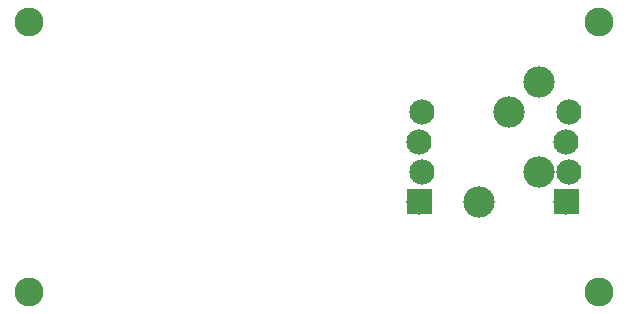
<source format=gts>
G04 MADE WITH FRITZING*
G04 WWW.FRITZING.ORG*
G04 DOUBLE SIDED*
G04 HOLES PLATED*
G04 CONTOUR ON CENTER OF CONTOUR VECTOR*
%ASAXBY*%
%FSLAX23Y23*%
%MOIN*%
%OFA0B0*%
%SFA1.0B1.0*%
%ADD10C,0.096614*%
%ADD11C,0.084000*%
%ADD12C,0.104488*%
%ADD13R,0.001000X0.001000*%
%LNMASK1*%
G90*
G70*
G54D10*
X100Y1001D03*
X100Y101D03*
X2000Y101D03*
X2000Y1001D03*
G54D11*
X1400Y401D03*
X1410Y501D03*
X1400Y601D03*
X1410Y701D03*
X1400Y401D03*
X1410Y501D03*
X1400Y601D03*
X1410Y701D03*
X1890Y401D03*
X1900Y501D03*
X1890Y601D03*
X1900Y701D03*
X1890Y401D03*
X1900Y501D03*
X1890Y601D03*
X1900Y701D03*
G54D12*
X1800Y801D03*
X1700Y701D03*
X1800Y501D03*
X1600Y401D03*
G54D13*
X1358Y443D02*
X1441Y443D01*
X1848Y443D02*
X1931Y443D01*
X1358Y442D02*
X1441Y442D01*
X1848Y442D02*
X1931Y442D01*
X1358Y441D02*
X1441Y441D01*
X1848Y441D02*
X1931Y441D01*
X1358Y440D02*
X1441Y440D01*
X1848Y440D02*
X1931Y440D01*
X1358Y439D02*
X1441Y439D01*
X1848Y439D02*
X1931Y439D01*
X1358Y438D02*
X1441Y438D01*
X1848Y438D02*
X1931Y438D01*
X1358Y437D02*
X1441Y437D01*
X1848Y437D02*
X1931Y437D01*
X1358Y436D02*
X1441Y436D01*
X1848Y436D02*
X1931Y436D01*
X1358Y435D02*
X1441Y435D01*
X1848Y435D02*
X1931Y435D01*
X1358Y434D02*
X1441Y434D01*
X1848Y434D02*
X1931Y434D01*
X1358Y433D02*
X1441Y433D01*
X1848Y433D02*
X1931Y433D01*
X1358Y432D02*
X1441Y432D01*
X1848Y432D02*
X1931Y432D01*
X1358Y431D02*
X1441Y431D01*
X1848Y431D02*
X1931Y431D01*
X1358Y430D02*
X1441Y430D01*
X1848Y430D02*
X1931Y430D01*
X1358Y429D02*
X1441Y429D01*
X1848Y429D02*
X1931Y429D01*
X1358Y428D02*
X1441Y428D01*
X1848Y428D02*
X1931Y428D01*
X1358Y427D02*
X1441Y427D01*
X1848Y427D02*
X1931Y427D01*
X1358Y426D02*
X1441Y426D01*
X1848Y426D02*
X1931Y426D01*
X1358Y425D02*
X1441Y425D01*
X1848Y425D02*
X1931Y425D01*
X1358Y424D02*
X1441Y424D01*
X1848Y424D02*
X1931Y424D01*
X1358Y423D02*
X1441Y423D01*
X1848Y423D02*
X1931Y423D01*
X1358Y422D02*
X1441Y422D01*
X1848Y422D02*
X1931Y422D01*
X1358Y421D02*
X1441Y421D01*
X1848Y421D02*
X1931Y421D01*
X1358Y420D02*
X1441Y420D01*
X1848Y420D02*
X1931Y420D01*
X1358Y419D02*
X1441Y419D01*
X1848Y419D02*
X1931Y419D01*
X1358Y418D02*
X1441Y418D01*
X1848Y418D02*
X1931Y418D01*
X1358Y417D02*
X1441Y417D01*
X1848Y417D02*
X1931Y417D01*
X1358Y416D02*
X1394Y416D01*
X1404Y416D02*
X1441Y416D01*
X1848Y416D02*
X1884Y416D01*
X1894Y416D02*
X1931Y416D01*
X1358Y415D02*
X1392Y415D01*
X1407Y415D02*
X1441Y415D01*
X1848Y415D02*
X1882Y415D01*
X1896Y415D02*
X1931Y415D01*
X1358Y414D02*
X1390Y414D01*
X1408Y414D02*
X1441Y414D01*
X1848Y414D02*
X1880Y414D01*
X1898Y414D02*
X1931Y414D01*
X1358Y413D02*
X1389Y413D01*
X1409Y413D02*
X1441Y413D01*
X1848Y413D02*
X1879Y413D01*
X1899Y413D02*
X1931Y413D01*
X1358Y412D02*
X1388Y412D01*
X1411Y412D02*
X1441Y412D01*
X1848Y412D02*
X1878Y412D01*
X1900Y412D02*
X1931Y412D01*
X1358Y411D02*
X1387Y411D01*
X1411Y411D02*
X1441Y411D01*
X1848Y411D02*
X1877Y411D01*
X1901Y411D02*
X1931Y411D01*
X1358Y410D02*
X1386Y410D01*
X1412Y410D02*
X1441Y410D01*
X1848Y410D02*
X1876Y410D01*
X1902Y410D02*
X1931Y410D01*
X1358Y409D02*
X1386Y409D01*
X1413Y409D02*
X1441Y409D01*
X1848Y409D02*
X1876Y409D01*
X1903Y409D02*
X1931Y409D01*
X1358Y408D02*
X1385Y408D01*
X1413Y408D02*
X1441Y408D01*
X1848Y408D02*
X1875Y408D01*
X1903Y408D02*
X1931Y408D01*
X1358Y407D02*
X1385Y407D01*
X1414Y407D02*
X1441Y407D01*
X1848Y407D02*
X1875Y407D01*
X1904Y407D02*
X1931Y407D01*
X1358Y406D02*
X1384Y406D01*
X1414Y406D02*
X1441Y406D01*
X1848Y406D02*
X1874Y406D01*
X1904Y406D02*
X1931Y406D01*
X1358Y405D02*
X1384Y405D01*
X1414Y405D02*
X1441Y405D01*
X1848Y405D02*
X1874Y405D01*
X1904Y405D02*
X1931Y405D01*
X1358Y404D02*
X1384Y404D01*
X1415Y404D02*
X1441Y404D01*
X1848Y404D02*
X1874Y404D01*
X1904Y404D02*
X1931Y404D01*
X1358Y403D02*
X1384Y403D01*
X1415Y403D02*
X1441Y403D01*
X1848Y403D02*
X1874Y403D01*
X1905Y403D02*
X1931Y403D01*
X1358Y402D02*
X1384Y402D01*
X1415Y402D02*
X1441Y402D01*
X1848Y402D02*
X1874Y402D01*
X1905Y402D02*
X1931Y402D01*
X1358Y401D02*
X1384Y401D01*
X1415Y401D02*
X1441Y401D01*
X1848Y401D02*
X1874Y401D01*
X1905Y401D02*
X1931Y401D01*
X1358Y400D02*
X1384Y400D01*
X1415Y400D02*
X1441Y400D01*
X1848Y400D02*
X1874Y400D01*
X1905Y400D02*
X1931Y400D01*
X1358Y399D02*
X1384Y399D01*
X1415Y399D02*
X1441Y399D01*
X1848Y399D02*
X1874Y399D01*
X1904Y399D02*
X1931Y399D01*
X1358Y398D02*
X1384Y398D01*
X1414Y398D02*
X1441Y398D01*
X1848Y398D02*
X1874Y398D01*
X1904Y398D02*
X1931Y398D01*
X1358Y397D02*
X1384Y397D01*
X1414Y397D02*
X1441Y397D01*
X1848Y397D02*
X1874Y397D01*
X1904Y397D02*
X1931Y397D01*
X1358Y396D02*
X1385Y396D01*
X1414Y396D02*
X1441Y396D01*
X1848Y396D02*
X1875Y396D01*
X1904Y396D02*
X1931Y396D01*
X1358Y395D02*
X1385Y395D01*
X1413Y395D02*
X1441Y395D01*
X1848Y395D02*
X1875Y395D01*
X1903Y395D02*
X1931Y395D01*
X1358Y394D02*
X1386Y394D01*
X1413Y394D02*
X1441Y394D01*
X1848Y394D02*
X1876Y394D01*
X1903Y394D02*
X1931Y394D01*
X1358Y393D02*
X1386Y393D01*
X1412Y393D02*
X1441Y393D01*
X1848Y393D02*
X1876Y393D01*
X1902Y393D02*
X1931Y393D01*
X1358Y392D02*
X1387Y392D01*
X1411Y392D02*
X1441Y392D01*
X1848Y392D02*
X1877Y392D01*
X1901Y392D02*
X1931Y392D01*
X1358Y391D02*
X1388Y391D01*
X1410Y391D02*
X1441Y391D01*
X1848Y391D02*
X1878Y391D01*
X1900Y391D02*
X1931Y391D01*
X1358Y390D02*
X1389Y390D01*
X1409Y390D02*
X1441Y390D01*
X1848Y390D02*
X1879Y390D01*
X1899Y390D02*
X1931Y390D01*
X1358Y389D02*
X1391Y389D01*
X1408Y389D02*
X1441Y389D01*
X1848Y389D02*
X1881Y389D01*
X1898Y389D02*
X1931Y389D01*
X1358Y388D02*
X1392Y388D01*
X1406Y388D02*
X1441Y388D01*
X1848Y388D02*
X1882Y388D01*
X1896Y388D02*
X1931Y388D01*
X1358Y387D02*
X1395Y387D01*
X1403Y387D02*
X1441Y387D01*
X1848Y387D02*
X1885Y387D01*
X1893Y387D02*
X1931Y387D01*
X1358Y386D02*
X1441Y386D01*
X1848Y386D02*
X1931Y386D01*
X1358Y385D02*
X1441Y385D01*
X1848Y385D02*
X1931Y385D01*
X1358Y384D02*
X1441Y384D01*
X1848Y384D02*
X1931Y384D01*
X1358Y383D02*
X1441Y383D01*
X1848Y383D02*
X1931Y383D01*
X1358Y382D02*
X1441Y382D01*
X1848Y382D02*
X1931Y382D01*
X1358Y381D02*
X1441Y381D01*
X1848Y381D02*
X1931Y381D01*
X1358Y380D02*
X1441Y380D01*
X1848Y380D02*
X1931Y380D01*
X1358Y379D02*
X1441Y379D01*
X1848Y379D02*
X1931Y379D01*
X1358Y378D02*
X1441Y378D01*
X1848Y378D02*
X1931Y378D01*
X1358Y377D02*
X1441Y377D01*
X1848Y377D02*
X1931Y377D01*
X1358Y376D02*
X1441Y376D01*
X1848Y376D02*
X1931Y376D01*
X1358Y375D02*
X1441Y375D01*
X1848Y375D02*
X1931Y375D01*
X1358Y374D02*
X1441Y374D01*
X1848Y374D02*
X1931Y374D01*
X1358Y373D02*
X1441Y373D01*
X1848Y373D02*
X1931Y373D01*
X1358Y372D02*
X1441Y372D01*
X1848Y372D02*
X1931Y372D01*
X1358Y371D02*
X1441Y371D01*
X1848Y371D02*
X1931Y371D01*
X1358Y370D02*
X1441Y370D01*
X1848Y370D02*
X1931Y370D01*
X1358Y369D02*
X1441Y369D01*
X1848Y369D02*
X1931Y369D01*
X1358Y368D02*
X1441Y368D01*
X1848Y368D02*
X1931Y368D01*
X1358Y367D02*
X1441Y367D01*
X1848Y367D02*
X1931Y367D01*
X1358Y366D02*
X1441Y366D01*
X1848Y366D02*
X1931Y366D01*
X1358Y365D02*
X1441Y365D01*
X1848Y365D02*
X1931Y365D01*
X1358Y364D02*
X1441Y364D01*
X1848Y364D02*
X1931Y364D01*
X1358Y363D02*
X1441Y363D01*
X1848Y363D02*
X1931Y363D01*
X1358Y362D02*
X1441Y362D01*
X1848Y362D02*
X1931Y362D01*
X1358Y361D02*
X1441Y361D01*
X1848Y361D02*
X1931Y361D01*
X1358Y360D02*
X1441Y360D01*
X1848Y360D02*
X1931Y360D01*
D02*
G04 End of Mask1*
M02*
</source>
